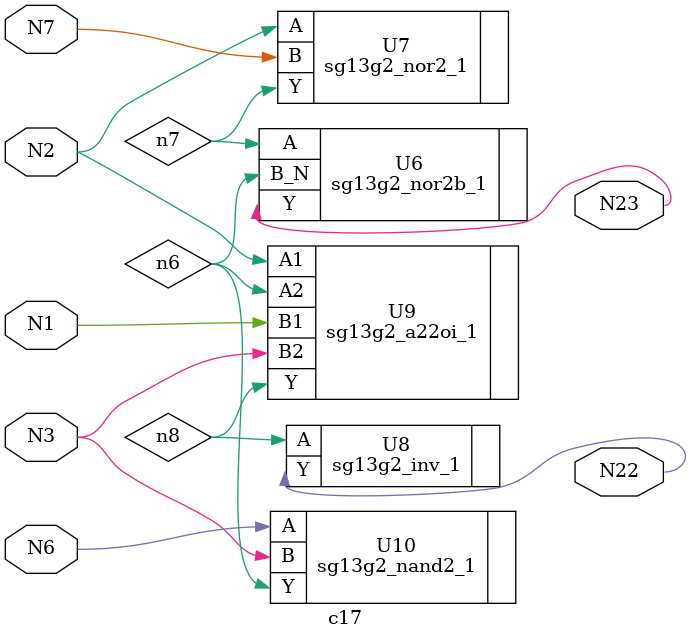
<source format=v>

module c17 (N1, N2, N3, N6, N7, N22, N23);
input N1, N2, N3, N6, N7;
output N22, N23;

sg13g2_nor2b_1 U6 (.A(n7), .B_N(n6), .Y(N23));
sg13g2_nor2_1 U7 (.A(N2), .B(N7), .Y(n7));
sg13g2_inv_1 U8 (.A(n8), .Y(N22));
sg13g2_a22oi_1 U9 (.A1(N2), .A2(n6), .B1(N1), .B2(N3), .Y(n8));
sg13g2_nand2_1 U10 (.A(N6), .B(N3), .Y(n6));
endmodule


</source>
